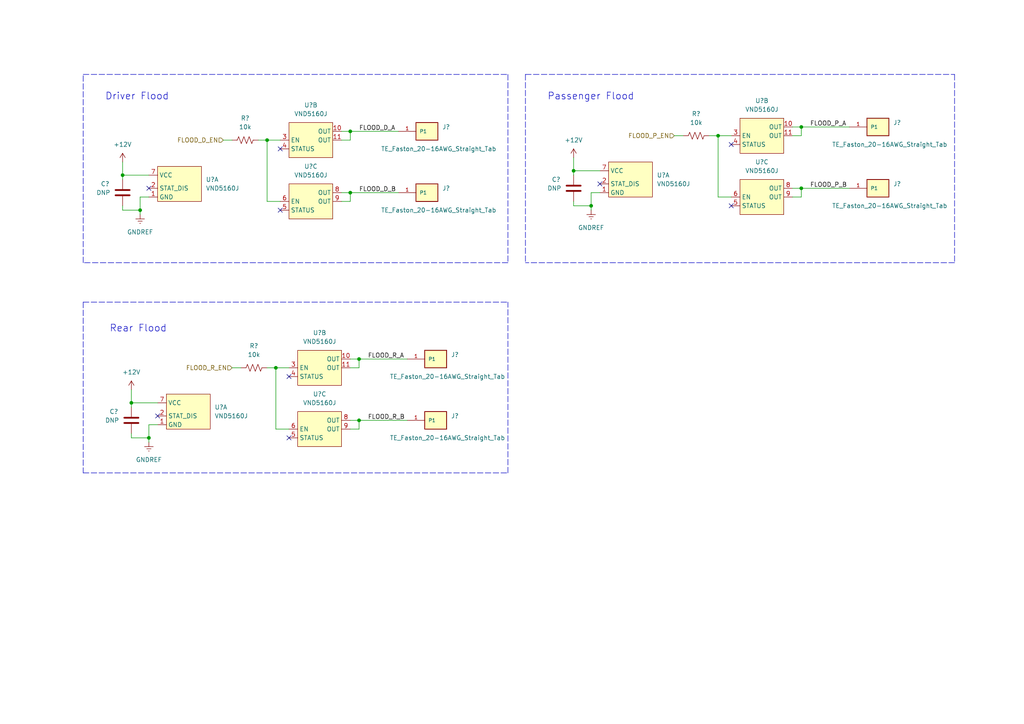
<source format=kicad_sch>
(kicad_sch (version 20211123) (generator eeschema)
  (paper "A4")
  (lib_symbols
    (symbol "Device:C" (pin_numbers hide) (pin_names (offset 0.254))
      (property "Reference" "C" (at 0.635 2.54 0))
      (property "Value" "C" (at 0.635 -2.54 0))
      (symbol "C_0_1"
        (polyline (pts (xy -2.032 -0.762) (xy 2.032 -0.762)) (stroke (width 0.508)))
        (polyline (pts (xy -2.032 0.762) (xy 2.032 0.762)) (stroke (width 0.508)))
      )
      (symbol "C_1_1"
        (pin passive line (at 0 3.81 270) (length 2.794) (name "~") (number "1"))
        (pin passive line (at 0 -3.81 90) (length 2.794) (name "~") (number "2"))
      )
    )
    (symbol "Device:R_US" (pin_numbers hide) (pin_names (offset 0))
      (property "Reference" "R" (at 2.54 0 90))
      (property "Value" "R_US" (at -2.54 0 90))
      (symbol "R_US_0_1"
        (polyline (pts (xy 0 -2.286) (xy 0 -2.54)))
        (polyline (pts (xy 0 2.286) (xy 0 2.54)))
        (polyline (pts (xy 0 -0.762) (xy 1.016 -1.143) (xy 0 -1.524) (xy -1.016 -1.905) (xy 0 -2.286)))
        (polyline (pts (xy 0 0.762) (xy 1.016 0.381) (xy 0 0) (xy -1.016 -0.381) (xy 0 -0.762)))
        (polyline (pts (xy 0 2.286) (xy 1.016 1.905) (xy 0 1.524) (xy -1.016 1.143) (xy 0 0.762)))
      )
      (symbol "R_US_1_1"
        (pin passive line (at 0 3.81 270) (length 1.27) (name "~") (number "1"))
        (pin passive line (at 0 -3.81 90) (length 1.27) (name "~") (number "2"))
      )
    )
    (symbol "Toadly:TE_Faston_20-16AWG_Straight_Tab" (pin_names (offset 1.016))
      (property "Reference" "J" (at -3.81 3.81 0))
      (property "Value" "TE_Faston_20-16AWG_Straight_Tab" (at -5.08 -7.62 0))
      (symbol "TE_Faston_20-16AWG_Straight_Tab_0_0"
        (rectangle (start -2.54 2.54) (end 3.81 -2.54) (stroke (width 0.254)) (fill (type background)))
        (pin passive line (at -7.62 0 0) (length 5.08) (name "P1") (number "1"))
        (pin passive line (at -7.62 0 0) (length 5.08) hide (name "P1") (number "2"))
      )
    )
    (symbol "Toadly:VND5160J"
      (property "Reference" "U" (at 0 0 0))
      (property "Value" "VND5160J" (at 0 5.08 0))
      (symbol "VND5160J_0_1"
        (rectangle (start -6.35 -2.54) (end 6.35 -12.7) (fill (type background)))
      )
      (symbol "VND5160J_1_1"
        (pin input line (at -8.89 -11.43 0) (length 2.54) (name "GND") (number "1"))
        (pin input line (at -8.89 -5.08 0) (length 2.54) hide (name "VCC") (number "12"))
        (pin input line (at -8.89 -8.89 0) (length 2.54) (name "STAT_DIS") (number "2"))
        (pin input line (at -8.89 -5.08 0) (length 2.54) (name "VCC") (number "7"))
        (pin input line (at -8.89 -5.08 0) (length 2.54) hide (name "VCC") (number "PAD"))
      )
      (symbol "VND5160J_2_1"
        (pin output line (at 8.89 -5.08 180) (length 2.54) (name "OUT") (number "10"))
        (pin output line (at 8.89 -7.62 180) (length 2.54) (name "OUT") (number "11"))
        (pin input line (at -8.89 -7.62 0) (length 2.54) (name "EN") (number "3"))
        (pin output line (at -8.89 -10.16 0) (length 2.54) (name "STATUS") (number "4"))
      )
      (symbol "VND5160J_3_1"
        (pin output line (at -8.89 -10.16 0) (length 2.54) (name "STATUS") (number "5"))
        (pin input line (at -8.89 -7.62 0) (length 2.54) (name "EN") (number "6"))
        (pin output line (at 8.89 -5.08 180) (length 2.54) (name "OUT") (number "8"))
        (pin output line (at 8.89 -7.62 180) (length 2.54) (name "OUT") (number "9"))
      )
    )
    (symbol "power:+12V" (power) (pin_names (offset 0))
      (property "Value" "+12V" (at 0 3.556 0))
      (symbol "+12V_0_1"
        (polyline (pts (xy -0.762 1.27) (xy 0 2.54)))
        (polyline (pts (xy 0 0) (xy 0 2.54)))
        (polyline (pts (xy 0 2.54) (xy 0.762 1.27)))
      )
      (symbol "+12V_1_1"
        (pin power_in line (at 0 0 90) (length 0) hide (name "+12V") (number "1"))
      )
    )
    (symbol "power:GNDREF" (power) (pin_names (offset 0))
      (property "Value" "GNDREF" (at 0 -3.81 0))
      (symbol "GNDREF_0_1"
        (polyline (pts (xy -0.635 -1.905) (xy 0.635 -1.905)))
        (polyline (pts (xy -0.127 -2.54) (xy 0.127 -2.54)))
        (polyline (pts (xy 0 -1.27) (xy 0 0)))
        (polyline (pts (xy 1.27 -1.27) (xy -1.27 -1.27)))
      )
      (symbol "GNDREF_1_1"
        (pin power_in line (at 0 0 270) (length 0) hide (name "GNDREF") (number "1"))
      )
    )
  )
  (junction (at 77.47 40.64))
  (junction (at 101.6 55.88))
  (junction (at 43.18 127))
  (junction (at 171.45 59.69))
  (junction (at 40.64 60.96))
  (junction (at 166.37 49.53))
  (junction (at 232.41 54.61))
  (junction (at 80.01 106.68))
  (junction (at 232.41 36.83))
  (junction (at 208.28 39.37))
  (junction (at 38.1 116.84))
  (junction (at 104.14 104.14))
  (junction (at 101.6 38.1))
  (junction (at 104.14 121.92))
  (junction (at 35.56 50.8))
  (no_connect (at 81.28 43.18))
  (no_connect (at 212.09 41.91))
  (no_connect (at 83.82 127))
  (no_connect (at 81.28 60.96))
  (no_connect (at 83.82 109.22))
  (no_connect (at 212.09 59.69))
  (no_connect (at 45.72 120.65))
  (no_connect (at 173.99 53.34))
  (no_connect (at 43.18 54.61))
  (wire (pts (xy 99.06 55.88) (xy 101.6 55.88)))
  (wire (pts (xy 171.45 55.88) (xy 173.99 55.88)))
  (wire (pts (xy 104.14 124.46) (xy 104.14 121.92)))
  (wire (pts (xy 40.64 60.96) (xy 35.56 60.96)))
  (wire (pts (xy 77.47 58.42) (xy 77.47 40.64)))
  (wire (pts (xy 38.1 116.84) (xy 38.1 118.11)))
  (polyline (pts (xy 276.86 21.59) (xy 276.86 76.2)))
  (polyline (pts (xy 276.86 76.2) (xy 152.4 76.2)))
  (wire (pts (xy 101.6 104.14) (xy 104.14 104.14)))
  (wire (pts (xy 43.18 123.19) (xy 43.18 127)))
  (polyline (pts (xy 24.13 76.2) (xy 24.13 21.59)))
  (wire (pts (xy 171.45 55.88) (xy 171.45 59.69)))
  (wire (pts (xy 101.6 38.1) (xy 115.57 38.1)))
  (polyline (pts (xy 147.32 76.2) (xy 24.13 76.2)))
  (wire (pts (xy 77.47 40.64) (xy 81.28 40.64)))
  (wire (pts (xy 101.6 55.88) (xy 115.57 55.88)))
  (wire (pts (xy 101.6 58.42) (xy 101.6 55.88)))
  (wire (pts (xy 64.77 40.64) (xy 67.31 40.64)))
  (wire (pts (xy 229.87 54.61) (xy 232.41 54.61)))
  (polyline (pts (xy 147.32 137.16) (xy 147.32 87.63)))
  (polyline (pts (xy 24.13 21.59) (xy 147.32 21.59)))
  (wire (pts (xy 99.06 40.64) (xy 101.6 40.64)))
  (wire (pts (xy 99.06 38.1) (xy 101.6 38.1)))
  (wire (pts (xy 208.28 57.15) (xy 208.28 39.37)))
  (wire (pts (xy 80.01 124.46) (xy 80.01 106.68)))
  (wire (pts (xy 232.41 39.37) (xy 232.41 36.83)))
  (wire (pts (xy 38.1 116.84) (xy 38.1 113.03)))
  (polyline (pts (xy 24.13 137.16) (xy 147.32 137.16)))
  (wire (pts (xy 195.58 39.37) (xy 198.12 39.37)))
  (wire (pts (xy 43.18 50.8) (xy 35.56 50.8)))
  (wire (pts (xy 166.37 49.53) (xy 166.37 50.8)))
  (wire (pts (xy 74.93 40.64) (xy 77.47 40.64)))
  (wire (pts (xy 232.41 54.61) (xy 246.38 54.61)))
  (wire (pts (xy 43.18 127) (xy 38.1 127)))
  (wire (pts (xy 232.41 36.83) (xy 246.38 36.83)))
  (wire (pts (xy 104.14 121.92) (xy 118.11 121.92)))
  (wire (pts (xy 171.45 59.69) (xy 166.37 59.69)))
  (wire (pts (xy 83.82 124.46) (xy 80.01 124.46)))
  (wire (pts (xy 101.6 124.46) (xy 104.14 124.46)))
  (wire (pts (xy 104.14 106.68) (xy 104.14 104.14)))
  (wire (pts (xy 166.37 59.69) (xy 166.37 58.42)))
  (polyline (pts (xy 152.4 21.59) (xy 276.86 21.59)))
  (wire (pts (xy 35.56 60.96) (xy 35.56 59.69)))
  (wire (pts (xy 80.01 106.68) (xy 83.82 106.68)))
  (wire (pts (xy 229.87 36.83) (xy 232.41 36.83)))
  (wire (pts (xy 67.31 106.68) (xy 69.85 106.68)))
  (wire (pts (xy 229.87 39.37) (xy 232.41 39.37)))
  (wire (pts (xy 43.18 127) (xy 43.18 128.27)))
  (wire (pts (xy 232.41 57.15) (xy 232.41 54.61)))
  (wire (pts (xy 166.37 49.53) (xy 166.37 45.72)))
  (wire (pts (xy 45.72 116.84) (xy 38.1 116.84)))
  (wire (pts (xy 81.28 58.42) (xy 77.47 58.42)))
  (wire (pts (xy 208.28 39.37) (xy 212.09 39.37)))
  (wire (pts (xy 104.14 104.14) (xy 118.11 104.14)))
  (wire (pts (xy 35.56 50.8) (xy 35.56 46.99)))
  (polyline (pts (xy 152.4 21.59) (xy 152.4 76.2)))
  (wire (pts (xy 40.64 57.15) (xy 40.64 60.96)))
  (wire (pts (xy 101.6 121.92) (xy 104.14 121.92)))
  (polyline (pts (xy 24.13 87.63) (xy 147.32 87.63)))
  (wire (pts (xy 77.47 106.68) (xy 80.01 106.68)))
  (wire (pts (xy 101.6 40.64) (xy 101.6 38.1)))
  (wire (pts (xy 43.18 123.19) (xy 45.72 123.19)))
  (polyline (pts (xy 24.13 87.63) (xy 24.13 137.16)))
  (wire (pts (xy 171.45 59.69) (xy 171.45 60.96)))
  (wire (pts (xy 40.64 57.15) (xy 43.18 57.15)))
  (wire (pts (xy 35.56 50.8) (xy 35.56 52.07)))
  (wire (pts (xy 99.06 58.42) (xy 101.6 58.42)))
  (wire (pts (xy 40.64 60.96) (xy 40.64 62.23)))
  (polyline (pts (xy 147.32 21.59) (xy 147.32 76.2)))
  (wire (pts (xy 212.09 57.15) (xy 208.28 57.15)))
  (wire (pts (xy 173.99 49.53) (xy 166.37 49.53)))
  (wire (pts (xy 101.6 106.68) (xy 104.14 106.68)))
  (wire (pts (xy 229.87 57.15) (xy 232.41 57.15)))
  (wire (pts (xy 205.74 39.37) (xy 208.28 39.37)))
  (wire (pts (xy 38.1 127) (xy 38.1 125.73)))
  (text "Rear Flood" (at 31.75 96.52 0) (effects (font (size 2 2)) (justify left bottom)))
  (text "Driver Flood" (at 30.48 29.21 0) (effects (font (size 2 2)) (justify left bottom)))
  (text "Passenger Flood" (at 158.75 29.21 0) (effects (font (size 2 2)) (justify left bottom)))
  (label "FLOOD_P_B" (at 234.95 54.61 0))
  (label "FLOOD_R_A" (at 106.68 104.14 0))
  (label "FLOOD_R_B" (at 106.68 121.92 0))
  (label "FLOOD_P_A" (at 234.95 36.83 0))
  (label "FLOOD_D_B" (at 104.14 55.88 0))
  (label "FLOOD_D_A" (at 104.14 38.1 0))
  (hierarchical_label "FLOOD_D_EN" (shape input) (at 64.77 40.64 180))
  (hierarchical_label "FLOOD_R_EN" (shape input) (at 67.31 106.68 180))
  (hierarchical_label "FLOOD_P_EN" (shape input) (at 195.58 39.37 180))
  (symbol (lib_id "power:GNDREF") (at 40.64 62.23 0) (unit 1)
    (property "Reference" "#PWR?" (effects hide))
    (property "Value" "GNDREF" (at 40.64 67.31 0))
  )
  (symbol (lib_id "power:+12V") (at 35.56 46.99 0) (unit 1)
    (property "Reference" "#PWR?" (effects hide))
    (property "Value" "+12V" (at 35.56 41.91 0))
  )
  (symbol (lib_id "Toadly:VND5160J") (at 182.88 44.45 0) (unit 1)
    (property "Reference" "U?" (at 190.5 50.7999 0) (effects (justify left)))
    (property "Value" "VND5160J" (at 190.5 53.3399 0) (effects (justify left)))
    (property "Footprint" "Toadly:POWERSSO-12" (effects hide))
  )
  (symbol (lib_id "Device:R_US") (at 201.93 39.37 90) (unit 1)
    (property "Reference" "R?" (at 201.93 33.02 90))
    (property "Value" "10k" (at 201.93 35.56 90))
  )
  (symbol (lib_id "Toadly:TE_Faston_20-16AWG_Straight_Tab") (at 123.19 55.88 0) (unit 1)
    (property "Reference" "J?" (at 128.27 54.6099 0) (effects (justify left)))
    (property "Value" "TE_Faston_20-16AWG_Straight_Tab" (at 110.49 60.96 0) (effects (justify left)))
    (property "Footprint" "TE_Faston_20-16AWG_Straight_Tab" (effects hide))
    (property "Comment" "Faston" (effects hide))
  )
  (symbol (lib_id "Toadly:TE_Faston_20-16AWG_Straight_Tab") (at 123.19 38.1 0) (unit 1)
    (property "Reference" "J?" (at 128.27 36.8299 0) (effects (justify left)))
    (property "Value" "TE_Faston_20-16AWG_Straight_Tab" (at 110.49 43.18 0) (effects (justify left)))
    (property "Footprint" "TE_Faston_20-16AWG_Straight_Tab" (effects hide))
    (property "Comment" "Faston" (effects hide))
  )
  (symbol (lib_id "Device:R_US") (at 71.12 40.64 90) (unit 1)
    (property "Reference" "R?" (at 71.12 34.29 90))
    (property "Value" "10k" (at 71.12 36.83 90))
  )
  (symbol (lib_id "Toadly:VND5160J") (at 90.17 50.8 0) (unit 3)
    (property "Reference" "U?" (at 90.17 48.26 0))
    (property "Value" "VND5160J" (at 90.17 50.8 0))
    (property "Footprint" "Toadly:POWERSSO-12" (effects hide))
  )
  (symbol (lib_id "Toadly:TE_Faston_20-16AWG_Straight_Tab") (at 254 54.61 0) (unit 1)
    (property "Reference" "J?" (at 259.08 53.3399 0) (effects (justify left)))
    (property "Value" "TE_Faston_20-16AWG_Straight_Tab" (at 241.3 59.69 0) (effects (justify left)))
    (property "Footprint" "TE_Faston_20-16AWG_Straight_Tab" (effects hide))
    (property "Comment" "Faston" (effects hide))
  )
  (symbol (lib_id "Device:R_US") (at 73.66 106.68 90) (unit 1)
    (property "Reference" "R?" (at 73.66 100.33 90))
    (property "Value" "10k" (at 73.66 102.87 90))
  )
  (symbol (lib_id "Toadly:VND5160J") (at 220.98 49.53 0) (unit 3)
    (property "Reference" "U?" (at 220.98 46.99 0))
    (property "Value" "VND5160J" (at 220.98 49.53 0))
    (property "Footprint" "Toadly:POWERSSO-12" (effects hide))
  )
  (symbol (lib_id "Toadly:TE_Faston_20-16AWG_Straight_Tab") (at 125.73 121.92 0) (unit 1)
    (property "Reference" "J?" (at 130.81 120.6499 0) (effects (justify left)))
    (property "Value" "TE_Faston_20-16AWG_Straight_Tab" (at 113.03 127 0) (effects (justify left)))
    (property "Footprint" "TE_Faston_20-16AWG_Straight_Tab" (effects hide))
    (property "Comment" "Faston" (effects hide))
  )
  (symbol (lib_id "Device:C") (at 38.1 121.92 0) (unit 1)
    (property "Reference" "C?" (at 31.75 119.38 0) (effects (justify left)))
    (property "Value" "DNP" (at 30.48 121.92 0) (effects (justify left)))
  )
  (symbol (lib_id "power:+12V") (at 38.1 113.03 0) (unit 1)
    (property "Reference" "#PWR?" (effects hide))
    (property "Value" "+12V" (at 38.1 107.95 0))
  )
  (symbol (lib_id "Device:C") (at 166.37 54.61 0) (unit 1)
    (property "Reference" "C?" (at 160.02 52.07 0) (effects (justify left)))
    (property "Value" "DNP" (at 158.75 54.61 0) (effects (justify left)))
  )
  (symbol (lib_id "Toadly:VND5160J") (at 52.07 45.72 0) (unit 1)
    (property "Reference" "U?" (at 59.69 52.0699 0) (effects (justify left)))
    (property "Value" "VND5160J" (at 59.69 54.6099 0) (effects (justify left)))
    (property "Footprint" "Toadly:POWERSSO-12" (effects hide))
  )
  (symbol (lib_id "Toadly:VND5160J") (at 90.17 33.02 0) (unit 2)
    (property "Reference" "U?" (at 90.17 30.48 0))
    (property "Value" "VND5160J" (at 90.17 33.02 0))
    (property "Footprint" "Toadly:POWERSSO-12" (effects hide))
  )
  (symbol (lib_id "Toadly:VND5160J") (at 92.71 99.06 0) (unit 2)
    (property "Reference" "U?" (at 92.71 96.52 0))
    (property "Value" "VND5160J" (at 92.71 99.06 0))
    (property "Footprint" "Toadly:POWERSSO-12" (effects hide))
  )
  (symbol (lib_id "Toadly:TE_Faston_20-16AWG_Straight_Tab") (at 125.73 104.14 0) (unit 1)
    (property "Reference" "J?" (at 130.81 102.8699 0) (effects (justify left)))
    (property "Value" "TE_Faston_20-16AWG_Straight_Tab" (at 113.03 109.22 0) (effects (justify left)))
    (property "Footprint" "TE_Faston_20-16AWG_Straight_Tab" (effects hide))
    (property "Comment" "Faston" (effects hide))
  )
  (symbol (lib_id "power:+12V") (at 166.37 45.72 0) (unit 1)
    (property "Reference" "#PWR?" (effects hide))
    (property "Value" "+12V" (at 166.37 40.64 0))
  )
  (symbol (lib_id "Toadly:TE_Faston_20-16AWG_Straight_Tab") (at 254 36.83 0) (unit 1)
    (property "Reference" "J?" (at 259.08 35.5599 0) (effects (justify left)))
    (property "Value" "TE_Faston_20-16AWG_Straight_Tab" (at 241.3 41.91 0) (effects (justify left)))
    (property "Footprint" "TE_Faston_20-16AWG_Straight_Tab" (effects hide))
    (property "Comment" "Faston" (effects hide))
  )
  (symbol (lib_id "Toadly:VND5160J") (at 92.71 116.84 0) (unit 3)
    (property "Reference" "U?" (at 92.71 114.3 0))
    (property "Value" "VND5160J" (at 92.71 116.84 0))
    (property "Footprint" "Toadly:POWERSSO-12" (effects hide))
  )
  (symbol (lib_id "Toadly:VND5160J") (at 54.61 111.76 0) (unit 1)
    (property "Reference" "U?" (at 62.23 118.1099 0) (effects (justify left)))
    (property "Value" "VND5160J" (at 62.23 120.6499 0) (effects (justify left)))
    (property "Footprint" "Toadly:POWERSSO-12" (effects hide))
  )
  (symbol (lib_id "Device:C") (at 35.56 55.88 0) (unit 1)
    (property "Reference" "C?" (at 29.21 53.34 0) (effects (justify left)))
    (property "Value" "DNP" (at 27.94 55.88 0) (effects (justify left)))
  )
  (symbol (lib_id "Toadly:VND5160J") (at 220.98 31.75 0) (unit 2)
    (property "Reference" "U?" (at 220.98 29.21 0))
    (property "Value" "VND5160J" (at 220.98 31.75 0))
    (property "Footprint" "Toadly:POWERSSO-12" (effects hide))
  )
  (symbol (lib_id "power:GNDREF") (at 171.45 60.96 0) (unit 1)
    (property "Reference" "#PWR?" (effects hide))
    (property "Value" "GNDREF" (at 171.45 66.04 0))
  )
  (symbol (lib_id "power:GNDREF") (at 43.18 128.27 0) (unit 1)
    (property "Reference" "#PWR?" (effects hide))
    (property "Value" "GNDREF" (at 43.18 133.35 0))
  )
)
</source>
